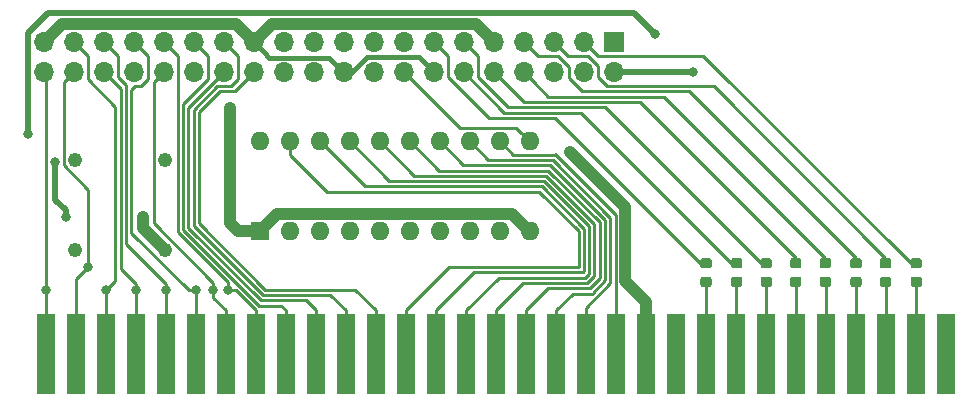
<source format=gbr>
G04 #@! TF.GenerationSoftware,KiCad,Pcbnew,(5.1.5)-3*
G04 #@! TF.CreationDate,2021-09-16T15:53:37+03:00*
G04 #@! TF.ProjectId,ISARPiv2,49534152-5069-4763-922e-6b696361645f,rev?*
G04 #@! TF.SameCoordinates,Original*
G04 #@! TF.FileFunction,Copper,L1,Top*
G04 #@! TF.FilePolarity,Positive*
%FSLAX46Y46*%
G04 Gerber Fmt 4.6, Leading zero omitted, Abs format (unit mm)*
G04 Created by KiCad (PCBNEW (5.1.5)-3) date 2021-09-16 15:53:37*
%MOMM*%
%LPD*%
G04 APERTURE LIST*
%ADD10C,1.210000*%
%ADD11O,1.600000X1.600000*%
%ADD12R,1.600000X1.600000*%
%ADD13C,0.100000*%
%ADD14O,1.700000X1.700000*%
%ADD15R,1.700000X1.700000*%
%ADD16R,1.524000X6.858000*%
%ADD17C,0.800000*%
%ADD18C,0.250000*%
%ADD19C,1.000000*%
%ADD20C,0.400000*%
%ADD21C,0.500000*%
G04 APERTURE END LIST*
D10*
X102000000Y-81620000D03*
X94380000Y-81620000D03*
X94380000Y-74000000D03*
X102000000Y-74000000D03*
D11*
X110000000Y-72380000D03*
X132860000Y-80000000D03*
X112540000Y-72380000D03*
X130320000Y-80000000D03*
X115080000Y-72380000D03*
X127780000Y-80000000D03*
X117620000Y-72380000D03*
X125240000Y-80000000D03*
X120160000Y-72380000D03*
X122700000Y-80000000D03*
X122700000Y-72380000D03*
X120160000Y-80000000D03*
X125240000Y-72380000D03*
X117620000Y-80000000D03*
X127780000Y-72380000D03*
X115080000Y-80000000D03*
X130320000Y-72380000D03*
X112540000Y-80000000D03*
X132860000Y-72380000D03*
D12*
X110000000Y-80000000D03*
G04 #@! TA.AperFunction,SMDPad,CuDef*
D13*
G36*
X165877691Y-83851053D02*
G01*
X165898926Y-83854203D01*
X165919750Y-83859419D01*
X165939962Y-83866651D01*
X165959368Y-83875830D01*
X165977781Y-83886866D01*
X165995024Y-83899654D01*
X166010930Y-83914070D01*
X166025346Y-83929976D01*
X166038134Y-83947219D01*
X166049170Y-83965632D01*
X166058349Y-83985038D01*
X166065581Y-84005250D01*
X166070797Y-84026074D01*
X166073947Y-84047309D01*
X166075000Y-84068750D01*
X166075000Y-84506250D01*
X166073947Y-84527691D01*
X166070797Y-84548926D01*
X166065581Y-84569750D01*
X166058349Y-84589962D01*
X166049170Y-84609368D01*
X166038134Y-84627781D01*
X166025346Y-84645024D01*
X166010930Y-84660930D01*
X165995024Y-84675346D01*
X165977781Y-84688134D01*
X165959368Y-84699170D01*
X165939962Y-84708349D01*
X165919750Y-84715581D01*
X165898926Y-84720797D01*
X165877691Y-84723947D01*
X165856250Y-84725000D01*
X165343750Y-84725000D01*
X165322309Y-84723947D01*
X165301074Y-84720797D01*
X165280250Y-84715581D01*
X165260038Y-84708349D01*
X165240632Y-84699170D01*
X165222219Y-84688134D01*
X165204976Y-84675346D01*
X165189070Y-84660930D01*
X165174654Y-84645024D01*
X165161866Y-84627781D01*
X165150830Y-84609368D01*
X165141651Y-84589962D01*
X165134419Y-84569750D01*
X165129203Y-84548926D01*
X165126053Y-84527691D01*
X165125000Y-84506250D01*
X165125000Y-84068750D01*
X165126053Y-84047309D01*
X165129203Y-84026074D01*
X165134419Y-84005250D01*
X165141651Y-83985038D01*
X165150830Y-83965632D01*
X165161866Y-83947219D01*
X165174654Y-83929976D01*
X165189070Y-83914070D01*
X165204976Y-83899654D01*
X165222219Y-83886866D01*
X165240632Y-83875830D01*
X165260038Y-83866651D01*
X165280250Y-83859419D01*
X165301074Y-83854203D01*
X165322309Y-83851053D01*
X165343750Y-83850000D01*
X165856250Y-83850000D01*
X165877691Y-83851053D01*
G37*
G04 #@! TD.AperFunction*
G04 #@! TA.AperFunction,SMDPad,CuDef*
G36*
X165877691Y-82276053D02*
G01*
X165898926Y-82279203D01*
X165919750Y-82284419D01*
X165939962Y-82291651D01*
X165959368Y-82300830D01*
X165977781Y-82311866D01*
X165995024Y-82324654D01*
X166010930Y-82339070D01*
X166025346Y-82354976D01*
X166038134Y-82372219D01*
X166049170Y-82390632D01*
X166058349Y-82410038D01*
X166065581Y-82430250D01*
X166070797Y-82451074D01*
X166073947Y-82472309D01*
X166075000Y-82493750D01*
X166075000Y-82931250D01*
X166073947Y-82952691D01*
X166070797Y-82973926D01*
X166065581Y-82994750D01*
X166058349Y-83014962D01*
X166049170Y-83034368D01*
X166038134Y-83052781D01*
X166025346Y-83070024D01*
X166010930Y-83085930D01*
X165995024Y-83100346D01*
X165977781Y-83113134D01*
X165959368Y-83124170D01*
X165939962Y-83133349D01*
X165919750Y-83140581D01*
X165898926Y-83145797D01*
X165877691Y-83148947D01*
X165856250Y-83150000D01*
X165343750Y-83150000D01*
X165322309Y-83148947D01*
X165301074Y-83145797D01*
X165280250Y-83140581D01*
X165260038Y-83133349D01*
X165240632Y-83124170D01*
X165222219Y-83113134D01*
X165204976Y-83100346D01*
X165189070Y-83085930D01*
X165174654Y-83070024D01*
X165161866Y-83052781D01*
X165150830Y-83034368D01*
X165141651Y-83014962D01*
X165134419Y-82994750D01*
X165129203Y-82973926D01*
X165126053Y-82952691D01*
X165125000Y-82931250D01*
X165125000Y-82493750D01*
X165126053Y-82472309D01*
X165129203Y-82451074D01*
X165134419Y-82430250D01*
X165141651Y-82410038D01*
X165150830Y-82390632D01*
X165161866Y-82372219D01*
X165174654Y-82354976D01*
X165189070Y-82339070D01*
X165204976Y-82324654D01*
X165222219Y-82311866D01*
X165240632Y-82300830D01*
X165260038Y-82291651D01*
X165280250Y-82284419D01*
X165301074Y-82279203D01*
X165322309Y-82276053D01*
X165343750Y-82275000D01*
X165856250Y-82275000D01*
X165877691Y-82276053D01*
G37*
G04 #@! TD.AperFunction*
G04 #@! TA.AperFunction,SMDPad,CuDef*
G36*
X163277691Y-83851053D02*
G01*
X163298926Y-83854203D01*
X163319750Y-83859419D01*
X163339962Y-83866651D01*
X163359368Y-83875830D01*
X163377781Y-83886866D01*
X163395024Y-83899654D01*
X163410930Y-83914070D01*
X163425346Y-83929976D01*
X163438134Y-83947219D01*
X163449170Y-83965632D01*
X163458349Y-83985038D01*
X163465581Y-84005250D01*
X163470797Y-84026074D01*
X163473947Y-84047309D01*
X163475000Y-84068750D01*
X163475000Y-84506250D01*
X163473947Y-84527691D01*
X163470797Y-84548926D01*
X163465581Y-84569750D01*
X163458349Y-84589962D01*
X163449170Y-84609368D01*
X163438134Y-84627781D01*
X163425346Y-84645024D01*
X163410930Y-84660930D01*
X163395024Y-84675346D01*
X163377781Y-84688134D01*
X163359368Y-84699170D01*
X163339962Y-84708349D01*
X163319750Y-84715581D01*
X163298926Y-84720797D01*
X163277691Y-84723947D01*
X163256250Y-84725000D01*
X162743750Y-84725000D01*
X162722309Y-84723947D01*
X162701074Y-84720797D01*
X162680250Y-84715581D01*
X162660038Y-84708349D01*
X162640632Y-84699170D01*
X162622219Y-84688134D01*
X162604976Y-84675346D01*
X162589070Y-84660930D01*
X162574654Y-84645024D01*
X162561866Y-84627781D01*
X162550830Y-84609368D01*
X162541651Y-84589962D01*
X162534419Y-84569750D01*
X162529203Y-84548926D01*
X162526053Y-84527691D01*
X162525000Y-84506250D01*
X162525000Y-84068750D01*
X162526053Y-84047309D01*
X162529203Y-84026074D01*
X162534419Y-84005250D01*
X162541651Y-83985038D01*
X162550830Y-83965632D01*
X162561866Y-83947219D01*
X162574654Y-83929976D01*
X162589070Y-83914070D01*
X162604976Y-83899654D01*
X162622219Y-83886866D01*
X162640632Y-83875830D01*
X162660038Y-83866651D01*
X162680250Y-83859419D01*
X162701074Y-83854203D01*
X162722309Y-83851053D01*
X162743750Y-83850000D01*
X163256250Y-83850000D01*
X163277691Y-83851053D01*
G37*
G04 #@! TD.AperFunction*
G04 #@! TA.AperFunction,SMDPad,CuDef*
G36*
X163277691Y-82276053D02*
G01*
X163298926Y-82279203D01*
X163319750Y-82284419D01*
X163339962Y-82291651D01*
X163359368Y-82300830D01*
X163377781Y-82311866D01*
X163395024Y-82324654D01*
X163410930Y-82339070D01*
X163425346Y-82354976D01*
X163438134Y-82372219D01*
X163449170Y-82390632D01*
X163458349Y-82410038D01*
X163465581Y-82430250D01*
X163470797Y-82451074D01*
X163473947Y-82472309D01*
X163475000Y-82493750D01*
X163475000Y-82931250D01*
X163473947Y-82952691D01*
X163470797Y-82973926D01*
X163465581Y-82994750D01*
X163458349Y-83014962D01*
X163449170Y-83034368D01*
X163438134Y-83052781D01*
X163425346Y-83070024D01*
X163410930Y-83085930D01*
X163395024Y-83100346D01*
X163377781Y-83113134D01*
X163359368Y-83124170D01*
X163339962Y-83133349D01*
X163319750Y-83140581D01*
X163298926Y-83145797D01*
X163277691Y-83148947D01*
X163256250Y-83150000D01*
X162743750Y-83150000D01*
X162722309Y-83148947D01*
X162701074Y-83145797D01*
X162680250Y-83140581D01*
X162660038Y-83133349D01*
X162640632Y-83124170D01*
X162622219Y-83113134D01*
X162604976Y-83100346D01*
X162589070Y-83085930D01*
X162574654Y-83070024D01*
X162561866Y-83052781D01*
X162550830Y-83034368D01*
X162541651Y-83014962D01*
X162534419Y-82994750D01*
X162529203Y-82973926D01*
X162526053Y-82952691D01*
X162525000Y-82931250D01*
X162525000Y-82493750D01*
X162526053Y-82472309D01*
X162529203Y-82451074D01*
X162534419Y-82430250D01*
X162541651Y-82410038D01*
X162550830Y-82390632D01*
X162561866Y-82372219D01*
X162574654Y-82354976D01*
X162589070Y-82339070D01*
X162604976Y-82324654D01*
X162622219Y-82311866D01*
X162640632Y-82300830D01*
X162660038Y-82291651D01*
X162680250Y-82284419D01*
X162701074Y-82279203D01*
X162722309Y-82276053D01*
X162743750Y-82275000D01*
X163256250Y-82275000D01*
X163277691Y-82276053D01*
G37*
G04 #@! TD.AperFunction*
G04 #@! TA.AperFunction,SMDPad,CuDef*
G36*
X160777691Y-83851053D02*
G01*
X160798926Y-83854203D01*
X160819750Y-83859419D01*
X160839962Y-83866651D01*
X160859368Y-83875830D01*
X160877781Y-83886866D01*
X160895024Y-83899654D01*
X160910930Y-83914070D01*
X160925346Y-83929976D01*
X160938134Y-83947219D01*
X160949170Y-83965632D01*
X160958349Y-83985038D01*
X160965581Y-84005250D01*
X160970797Y-84026074D01*
X160973947Y-84047309D01*
X160975000Y-84068750D01*
X160975000Y-84506250D01*
X160973947Y-84527691D01*
X160970797Y-84548926D01*
X160965581Y-84569750D01*
X160958349Y-84589962D01*
X160949170Y-84609368D01*
X160938134Y-84627781D01*
X160925346Y-84645024D01*
X160910930Y-84660930D01*
X160895024Y-84675346D01*
X160877781Y-84688134D01*
X160859368Y-84699170D01*
X160839962Y-84708349D01*
X160819750Y-84715581D01*
X160798926Y-84720797D01*
X160777691Y-84723947D01*
X160756250Y-84725000D01*
X160243750Y-84725000D01*
X160222309Y-84723947D01*
X160201074Y-84720797D01*
X160180250Y-84715581D01*
X160160038Y-84708349D01*
X160140632Y-84699170D01*
X160122219Y-84688134D01*
X160104976Y-84675346D01*
X160089070Y-84660930D01*
X160074654Y-84645024D01*
X160061866Y-84627781D01*
X160050830Y-84609368D01*
X160041651Y-84589962D01*
X160034419Y-84569750D01*
X160029203Y-84548926D01*
X160026053Y-84527691D01*
X160025000Y-84506250D01*
X160025000Y-84068750D01*
X160026053Y-84047309D01*
X160029203Y-84026074D01*
X160034419Y-84005250D01*
X160041651Y-83985038D01*
X160050830Y-83965632D01*
X160061866Y-83947219D01*
X160074654Y-83929976D01*
X160089070Y-83914070D01*
X160104976Y-83899654D01*
X160122219Y-83886866D01*
X160140632Y-83875830D01*
X160160038Y-83866651D01*
X160180250Y-83859419D01*
X160201074Y-83854203D01*
X160222309Y-83851053D01*
X160243750Y-83850000D01*
X160756250Y-83850000D01*
X160777691Y-83851053D01*
G37*
G04 #@! TD.AperFunction*
G04 #@! TA.AperFunction,SMDPad,CuDef*
G36*
X160777691Y-82276053D02*
G01*
X160798926Y-82279203D01*
X160819750Y-82284419D01*
X160839962Y-82291651D01*
X160859368Y-82300830D01*
X160877781Y-82311866D01*
X160895024Y-82324654D01*
X160910930Y-82339070D01*
X160925346Y-82354976D01*
X160938134Y-82372219D01*
X160949170Y-82390632D01*
X160958349Y-82410038D01*
X160965581Y-82430250D01*
X160970797Y-82451074D01*
X160973947Y-82472309D01*
X160975000Y-82493750D01*
X160975000Y-82931250D01*
X160973947Y-82952691D01*
X160970797Y-82973926D01*
X160965581Y-82994750D01*
X160958349Y-83014962D01*
X160949170Y-83034368D01*
X160938134Y-83052781D01*
X160925346Y-83070024D01*
X160910930Y-83085930D01*
X160895024Y-83100346D01*
X160877781Y-83113134D01*
X160859368Y-83124170D01*
X160839962Y-83133349D01*
X160819750Y-83140581D01*
X160798926Y-83145797D01*
X160777691Y-83148947D01*
X160756250Y-83150000D01*
X160243750Y-83150000D01*
X160222309Y-83148947D01*
X160201074Y-83145797D01*
X160180250Y-83140581D01*
X160160038Y-83133349D01*
X160140632Y-83124170D01*
X160122219Y-83113134D01*
X160104976Y-83100346D01*
X160089070Y-83085930D01*
X160074654Y-83070024D01*
X160061866Y-83052781D01*
X160050830Y-83034368D01*
X160041651Y-83014962D01*
X160034419Y-82994750D01*
X160029203Y-82973926D01*
X160026053Y-82952691D01*
X160025000Y-82931250D01*
X160025000Y-82493750D01*
X160026053Y-82472309D01*
X160029203Y-82451074D01*
X160034419Y-82430250D01*
X160041651Y-82410038D01*
X160050830Y-82390632D01*
X160061866Y-82372219D01*
X160074654Y-82354976D01*
X160089070Y-82339070D01*
X160104976Y-82324654D01*
X160122219Y-82311866D01*
X160140632Y-82300830D01*
X160160038Y-82291651D01*
X160180250Y-82284419D01*
X160201074Y-82279203D01*
X160222309Y-82276053D01*
X160243750Y-82275000D01*
X160756250Y-82275000D01*
X160777691Y-82276053D01*
G37*
G04 #@! TD.AperFunction*
G04 #@! TA.AperFunction,SMDPad,CuDef*
G36*
X158177691Y-83838553D02*
G01*
X158198926Y-83841703D01*
X158219750Y-83846919D01*
X158239962Y-83854151D01*
X158259368Y-83863330D01*
X158277781Y-83874366D01*
X158295024Y-83887154D01*
X158310930Y-83901570D01*
X158325346Y-83917476D01*
X158338134Y-83934719D01*
X158349170Y-83953132D01*
X158358349Y-83972538D01*
X158365581Y-83992750D01*
X158370797Y-84013574D01*
X158373947Y-84034809D01*
X158375000Y-84056250D01*
X158375000Y-84493750D01*
X158373947Y-84515191D01*
X158370797Y-84536426D01*
X158365581Y-84557250D01*
X158358349Y-84577462D01*
X158349170Y-84596868D01*
X158338134Y-84615281D01*
X158325346Y-84632524D01*
X158310930Y-84648430D01*
X158295024Y-84662846D01*
X158277781Y-84675634D01*
X158259368Y-84686670D01*
X158239962Y-84695849D01*
X158219750Y-84703081D01*
X158198926Y-84708297D01*
X158177691Y-84711447D01*
X158156250Y-84712500D01*
X157643750Y-84712500D01*
X157622309Y-84711447D01*
X157601074Y-84708297D01*
X157580250Y-84703081D01*
X157560038Y-84695849D01*
X157540632Y-84686670D01*
X157522219Y-84675634D01*
X157504976Y-84662846D01*
X157489070Y-84648430D01*
X157474654Y-84632524D01*
X157461866Y-84615281D01*
X157450830Y-84596868D01*
X157441651Y-84577462D01*
X157434419Y-84557250D01*
X157429203Y-84536426D01*
X157426053Y-84515191D01*
X157425000Y-84493750D01*
X157425000Y-84056250D01*
X157426053Y-84034809D01*
X157429203Y-84013574D01*
X157434419Y-83992750D01*
X157441651Y-83972538D01*
X157450830Y-83953132D01*
X157461866Y-83934719D01*
X157474654Y-83917476D01*
X157489070Y-83901570D01*
X157504976Y-83887154D01*
X157522219Y-83874366D01*
X157540632Y-83863330D01*
X157560038Y-83854151D01*
X157580250Y-83846919D01*
X157601074Y-83841703D01*
X157622309Y-83838553D01*
X157643750Y-83837500D01*
X158156250Y-83837500D01*
X158177691Y-83838553D01*
G37*
G04 #@! TD.AperFunction*
G04 #@! TA.AperFunction,SMDPad,CuDef*
G36*
X158177691Y-82263553D02*
G01*
X158198926Y-82266703D01*
X158219750Y-82271919D01*
X158239962Y-82279151D01*
X158259368Y-82288330D01*
X158277781Y-82299366D01*
X158295024Y-82312154D01*
X158310930Y-82326570D01*
X158325346Y-82342476D01*
X158338134Y-82359719D01*
X158349170Y-82378132D01*
X158358349Y-82397538D01*
X158365581Y-82417750D01*
X158370797Y-82438574D01*
X158373947Y-82459809D01*
X158375000Y-82481250D01*
X158375000Y-82918750D01*
X158373947Y-82940191D01*
X158370797Y-82961426D01*
X158365581Y-82982250D01*
X158358349Y-83002462D01*
X158349170Y-83021868D01*
X158338134Y-83040281D01*
X158325346Y-83057524D01*
X158310930Y-83073430D01*
X158295024Y-83087846D01*
X158277781Y-83100634D01*
X158259368Y-83111670D01*
X158239962Y-83120849D01*
X158219750Y-83128081D01*
X158198926Y-83133297D01*
X158177691Y-83136447D01*
X158156250Y-83137500D01*
X157643750Y-83137500D01*
X157622309Y-83136447D01*
X157601074Y-83133297D01*
X157580250Y-83128081D01*
X157560038Y-83120849D01*
X157540632Y-83111670D01*
X157522219Y-83100634D01*
X157504976Y-83087846D01*
X157489070Y-83073430D01*
X157474654Y-83057524D01*
X157461866Y-83040281D01*
X157450830Y-83021868D01*
X157441651Y-83002462D01*
X157434419Y-82982250D01*
X157429203Y-82961426D01*
X157426053Y-82940191D01*
X157425000Y-82918750D01*
X157425000Y-82481250D01*
X157426053Y-82459809D01*
X157429203Y-82438574D01*
X157434419Y-82417750D01*
X157441651Y-82397538D01*
X157450830Y-82378132D01*
X157461866Y-82359719D01*
X157474654Y-82342476D01*
X157489070Y-82326570D01*
X157504976Y-82312154D01*
X157522219Y-82299366D01*
X157540632Y-82288330D01*
X157560038Y-82279151D01*
X157580250Y-82271919D01*
X157601074Y-82266703D01*
X157622309Y-82263553D01*
X157643750Y-82262500D01*
X158156250Y-82262500D01*
X158177691Y-82263553D01*
G37*
G04 #@! TD.AperFunction*
G04 #@! TA.AperFunction,SMDPad,CuDef*
G36*
X155677691Y-83851053D02*
G01*
X155698926Y-83854203D01*
X155719750Y-83859419D01*
X155739962Y-83866651D01*
X155759368Y-83875830D01*
X155777781Y-83886866D01*
X155795024Y-83899654D01*
X155810930Y-83914070D01*
X155825346Y-83929976D01*
X155838134Y-83947219D01*
X155849170Y-83965632D01*
X155858349Y-83985038D01*
X155865581Y-84005250D01*
X155870797Y-84026074D01*
X155873947Y-84047309D01*
X155875000Y-84068750D01*
X155875000Y-84506250D01*
X155873947Y-84527691D01*
X155870797Y-84548926D01*
X155865581Y-84569750D01*
X155858349Y-84589962D01*
X155849170Y-84609368D01*
X155838134Y-84627781D01*
X155825346Y-84645024D01*
X155810930Y-84660930D01*
X155795024Y-84675346D01*
X155777781Y-84688134D01*
X155759368Y-84699170D01*
X155739962Y-84708349D01*
X155719750Y-84715581D01*
X155698926Y-84720797D01*
X155677691Y-84723947D01*
X155656250Y-84725000D01*
X155143750Y-84725000D01*
X155122309Y-84723947D01*
X155101074Y-84720797D01*
X155080250Y-84715581D01*
X155060038Y-84708349D01*
X155040632Y-84699170D01*
X155022219Y-84688134D01*
X155004976Y-84675346D01*
X154989070Y-84660930D01*
X154974654Y-84645024D01*
X154961866Y-84627781D01*
X154950830Y-84609368D01*
X154941651Y-84589962D01*
X154934419Y-84569750D01*
X154929203Y-84548926D01*
X154926053Y-84527691D01*
X154925000Y-84506250D01*
X154925000Y-84068750D01*
X154926053Y-84047309D01*
X154929203Y-84026074D01*
X154934419Y-84005250D01*
X154941651Y-83985038D01*
X154950830Y-83965632D01*
X154961866Y-83947219D01*
X154974654Y-83929976D01*
X154989070Y-83914070D01*
X155004976Y-83899654D01*
X155022219Y-83886866D01*
X155040632Y-83875830D01*
X155060038Y-83866651D01*
X155080250Y-83859419D01*
X155101074Y-83854203D01*
X155122309Y-83851053D01*
X155143750Y-83850000D01*
X155656250Y-83850000D01*
X155677691Y-83851053D01*
G37*
G04 #@! TD.AperFunction*
G04 #@! TA.AperFunction,SMDPad,CuDef*
G36*
X155677691Y-82276053D02*
G01*
X155698926Y-82279203D01*
X155719750Y-82284419D01*
X155739962Y-82291651D01*
X155759368Y-82300830D01*
X155777781Y-82311866D01*
X155795024Y-82324654D01*
X155810930Y-82339070D01*
X155825346Y-82354976D01*
X155838134Y-82372219D01*
X155849170Y-82390632D01*
X155858349Y-82410038D01*
X155865581Y-82430250D01*
X155870797Y-82451074D01*
X155873947Y-82472309D01*
X155875000Y-82493750D01*
X155875000Y-82931250D01*
X155873947Y-82952691D01*
X155870797Y-82973926D01*
X155865581Y-82994750D01*
X155858349Y-83014962D01*
X155849170Y-83034368D01*
X155838134Y-83052781D01*
X155825346Y-83070024D01*
X155810930Y-83085930D01*
X155795024Y-83100346D01*
X155777781Y-83113134D01*
X155759368Y-83124170D01*
X155739962Y-83133349D01*
X155719750Y-83140581D01*
X155698926Y-83145797D01*
X155677691Y-83148947D01*
X155656250Y-83150000D01*
X155143750Y-83150000D01*
X155122309Y-83148947D01*
X155101074Y-83145797D01*
X155080250Y-83140581D01*
X155060038Y-83133349D01*
X155040632Y-83124170D01*
X155022219Y-83113134D01*
X155004976Y-83100346D01*
X154989070Y-83085930D01*
X154974654Y-83070024D01*
X154961866Y-83052781D01*
X154950830Y-83034368D01*
X154941651Y-83014962D01*
X154934419Y-82994750D01*
X154929203Y-82973926D01*
X154926053Y-82952691D01*
X154925000Y-82931250D01*
X154925000Y-82493750D01*
X154926053Y-82472309D01*
X154929203Y-82451074D01*
X154934419Y-82430250D01*
X154941651Y-82410038D01*
X154950830Y-82390632D01*
X154961866Y-82372219D01*
X154974654Y-82354976D01*
X154989070Y-82339070D01*
X155004976Y-82324654D01*
X155022219Y-82311866D01*
X155040632Y-82300830D01*
X155060038Y-82291651D01*
X155080250Y-82284419D01*
X155101074Y-82279203D01*
X155122309Y-82276053D01*
X155143750Y-82275000D01*
X155656250Y-82275000D01*
X155677691Y-82276053D01*
G37*
G04 #@! TD.AperFunction*
G04 #@! TA.AperFunction,SMDPad,CuDef*
G36*
X153177691Y-83851053D02*
G01*
X153198926Y-83854203D01*
X153219750Y-83859419D01*
X153239962Y-83866651D01*
X153259368Y-83875830D01*
X153277781Y-83886866D01*
X153295024Y-83899654D01*
X153310930Y-83914070D01*
X153325346Y-83929976D01*
X153338134Y-83947219D01*
X153349170Y-83965632D01*
X153358349Y-83985038D01*
X153365581Y-84005250D01*
X153370797Y-84026074D01*
X153373947Y-84047309D01*
X153375000Y-84068750D01*
X153375000Y-84506250D01*
X153373947Y-84527691D01*
X153370797Y-84548926D01*
X153365581Y-84569750D01*
X153358349Y-84589962D01*
X153349170Y-84609368D01*
X153338134Y-84627781D01*
X153325346Y-84645024D01*
X153310930Y-84660930D01*
X153295024Y-84675346D01*
X153277781Y-84688134D01*
X153259368Y-84699170D01*
X153239962Y-84708349D01*
X153219750Y-84715581D01*
X153198926Y-84720797D01*
X153177691Y-84723947D01*
X153156250Y-84725000D01*
X152643750Y-84725000D01*
X152622309Y-84723947D01*
X152601074Y-84720797D01*
X152580250Y-84715581D01*
X152560038Y-84708349D01*
X152540632Y-84699170D01*
X152522219Y-84688134D01*
X152504976Y-84675346D01*
X152489070Y-84660930D01*
X152474654Y-84645024D01*
X152461866Y-84627781D01*
X152450830Y-84609368D01*
X152441651Y-84589962D01*
X152434419Y-84569750D01*
X152429203Y-84548926D01*
X152426053Y-84527691D01*
X152425000Y-84506250D01*
X152425000Y-84068750D01*
X152426053Y-84047309D01*
X152429203Y-84026074D01*
X152434419Y-84005250D01*
X152441651Y-83985038D01*
X152450830Y-83965632D01*
X152461866Y-83947219D01*
X152474654Y-83929976D01*
X152489070Y-83914070D01*
X152504976Y-83899654D01*
X152522219Y-83886866D01*
X152540632Y-83875830D01*
X152560038Y-83866651D01*
X152580250Y-83859419D01*
X152601074Y-83854203D01*
X152622309Y-83851053D01*
X152643750Y-83850000D01*
X153156250Y-83850000D01*
X153177691Y-83851053D01*
G37*
G04 #@! TD.AperFunction*
G04 #@! TA.AperFunction,SMDPad,CuDef*
G36*
X153177691Y-82276053D02*
G01*
X153198926Y-82279203D01*
X153219750Y-82284419D01*
X153239962Y-82291651D01*
X153259368Y-82300830D01*
X153277781Y-82311866D01*
X153295024Y-82324654D01*
X153310930Y-82339070D01*
X153325346Y-82354976D01*
X153338134Y-82372219D01*
X153349170Y-82390632D01*
X153358349Y-82410038D01*
X153365581Y-82430250D01*
X153370797Y-82451074D01*
X153373947Y-82472309D01*
X153375000Y-82493750D01*
X153375000Y-82931250D01*
X153373947Y-82952691D01*
X153370797Y-82973926D01*
X153365581Y-82994750D01*
X153358349Y-83014962D01*
X153349170Y-83034368D01*
X153338134Y-83052781D01*
X153325346Y-83070024D01*
X153310930Y-83085930D01*
X153295024Y-83100346D01*
X153277781Y-83113134D01*
X153259368Y-83124170D01*
X153239962Y-83133349D01*
X153219750Y-83140581D01*
X153198926Y-83145797D01*
X153177691Y-83148947D01*
X153156250Y-83150000D01*
X152643750Y-83150000D01*
X152622309Y-83148947D01*
X152601074Y-83145797D01*
X152580250Y-83140581D01*
X152560038Y-83133349D01*
X152540632Y-83124170D01*
X152522219Y-83113134D01*
X152504976Y-83100346D01*
X152489070Y-83085930D01*
X152474654Y-83070024D01*
X152461866Y-83052781D01*
X152450830Y-83034368D01*
X152441651Y-83014962D01*
X152434419Y-82994750D01*
X152429203Y-82973926D01*
X152426053Y-82952691D01*
X152425000Y-82931250D01*
X152425000Y-82493750D01*
X152426053Y-82472309D01*
X152429203Y-82451074D01*
X152434419Y-82430250D01*
X152441651Y-82410038D01*
X152450830Y-82390632D01*
X152461866Y-82372219D01*
X152474654Y-82354976D01*
X152489070Y-82339070D01*
X152504976Y-82324654D01*
X152522219Y-82311866D01*
X152540632Y-82300830D01*
X152560038Y-82291651D01*
X152580250Y-82284419D01*
X152601074Y-82279203D01*
X152622309Y-82276053D01*
X152643750Y-82275000D01*
X153156250Y-82275000D01*
X153177691Y-82276053D01*
G37*
G04 #@! TD.AperFunction*
G04 #@! TA.AperFunction,SMDPad,CuDef*
G36*
X150677691Y-83851053D02*
G01*
X150698926Y-83854203D01*
X150719750Y-83859419D01*
X150739962Y-83866651D01*
X150759368Y-83875830D01*
X150777781Y-83886866D01*
X150795024Y-83899654D01*
X150810930Y-83914070D01*
X150825346Y-83929976D01*
X150838134Y-83947219D01*
X150849170Y-83965632D01*
X150858349Y-83985038D01*
X150865581Y-84005250D01*
X150870797Y-84026074D01*
X150873947Y-84047309D01*
X150875000Y-84068750D01*
X150875000Y-84506250D01*
X150873947Y-84527691D01*
X150870797Y-84548926D01*
X150865581Y-84569750D01*
X150858349Y-84589962D01*
X150849170Y-84609368D01*
X150838134Y-84627781D01*
X150825346Y-84645024D01*
X150810930Y-84660930D01*
X150795024Y-84675346D01*
X150777781Y-84688134D01*
X150759368Y-84699170D01*
X150739962Y-84708349D01*
X150719750Y-84715581D01*
X150698926Y-84720797D01*
X150677691Y-84723947D01*
X150656250Y-84725000D01*
X150143750Y-84725000D01*
X150122309Y-84723947D01*
X150101074Y-84720797D01*
X150080250Y-84715581D01*
X150060038Y-84708349D01*
X150040632Y-84699170D01*
X150022219Y-84688134D01*
X150004976Y-84675346D01*
X149989070Y-84660930D01*
X149974654Y-84645024D01*
X149961866Y-84627781D01*
X149950830Y-84609368D01*
X149941651Y-84589962D01*
X149934419Y-84569750D01*
X149929203Y-84548926D01*
X149926053Y-84527691D01*
X149925000Y-84506250D01*
X149925000Y-84068750D01*
X149926053Y-84047309D01*
X149929203Y-84026074D01*
X149934419Y-84005250D01*
X149941651Y-83985038D01*
X149950830Y-83965632D01*
X149961866Y-83947219D01*
X149974654Y-83929976D01*
X149989070Y-83914070D01*
X150004976Y-83899654D01*
X150022219Y-83886866D01*
X150040632Y-83875830D01*
X150060038Y-83866651D01*
X150080250Y-83859419D01*
X150101074Y-83854203D01*
X150122309Y-83851053D01*
X150143750Y-83850000D01*
X150656250Y-83850000D01*
X150677691Y-83851053D01*
G37*
G04 #@! TD.AperFunction*
G04 #@! TA.AperFunction,SMDPad,CuDef*
G36*
X150677691Y-82276053D02*
G01*
X150698926Y-82279203D01*
X150719750Y-82284419D01*
X150739962Y-82291651D01*
X150759368Y-82300830D01*
X150777781Y-82311866D01*
X150795024Y-82324654D01*
X150810930Y-82339070D01*
X150825346Y-82354976D01*
X150838134Y-82372219D01*
X150849170Y-82390632D01*
X150858349Y-82410038D01*
X150865581Y-82430250D01*
X150870797Y-82451074D01*
X150873947Y-82472309D01*
X150875000Y-82493750D01*
X150875000Y-82931250D01*
X150873947Y-82952691D01*
X150870797Y-82973926D01*
X150865581Y-82994750D01*
X150858349Y-83014962D01*
X150849170Y-83034368D01*
X150838134Y-83052781D01*
X150825346Y-83070024D01*
X150810930Y-83085930D01*
X150795024Y-83100346D01*
X150777781Y-83113134D01*
X150759368Y-83124170D01*
X150739962Y-83133349D01*
X150719750Y-83140581D01*
X150698926Y-83145797D01*
X150677691Y-83148947D01*
X150656250Y-83150000D01*
X150143750Y-83150000D01*
X150122309Y-83148947D01*
X150101074Y-83145797D01*
X150080250Y-83140581D01*
X150060038Y-83133349D01*
X150040632Y-83124170D01*
X150022219Y-83113134D01*
X150004976Y-83100346D01*
X149989070Y-83085930D01*
X149974654Y-83070024D01*
X149961866Y-83052781D01*
X149950830Y-83034368D01*
X149941651Y-83014962D01*
X149934419Y-82994750D01*
X149929203Y-82973926D01*
X149926053Y-82952691D01*
X149925000Y-82931250D01*
X149925000Y-82493750D01*
X149926053Y-82472309D01*
X149929203Y-82451074D01*
X149934419Y-82430250D01*
X149941651Y-82410038D01*
X149950830Y-82390632D01*
X149961866Y-82372219D01*
X149974654Y-82354976D01*
X149989070Y-82339070D01*
X150004976Y-82324654D01*
X150022219Y-82311866D01*
X150040632Y-82300830D01*
X150060038Y-82291651D01*
X150080250Y-82284419D01*
X150101074Y-82279203D01*
X150122309Y-82276053D01*
X150143750Y-82275000D01*
X150656250Y-82275000D01*
X150677691Y-82276053D01*
G37*
G04 #@! TD.AperFunction*
G04 #@! TA.AperFunction,SMDPad,CuDef*
G36*
X148077691Y-83851053D02*
G01*
X148098926Y-83854203D01*
X148119750Y-83859419D01*
X148139962Y-83866651D01*
X148159368Y-83875830D01*
X148177781Y-83886866D01*
X148195024Y-83899654D01*
X148210930Y-83914070D01*
X148225346Y-83929976D01*
X148238134Y-83947219D01*
X148249170Y-83965632D01*
X148258349Y-83985038D01*
X148265581Y-84005250D01*
X148270797Y-84026074D01*
X148273947Y-84047309D01*
X148275000Y-84068750D01*
X148275000Y-84506250D01*
X148273947Y-84527691D01*
X148270797Y-84548926D01*
X148265581Y-84569750D01*
X148258349Y-84589962D01*
X148249170Y-84609368D01*
X148238134Y-84627781D01*
X148225346Y-84645024D01*
X148210930Y-84660930D01*
X148195024Y-84675346D01*
X148177781Y-84688134D01*
X148159368Y-84699170D01*
X148139962Y-84708349D01*
X148119750Y-84715581D01*
X148098926Y-84720797D01*
X148077691Y-84723947D01*
X148056250Y-84725000D01*
X147543750Y-84725000D01*
X147522309Y-84723947D01*
X147501074Y-84720797D01*
X147480250Y-84715581D01*
X147460038Y-84708349D01*
X147440632Y-84699170D01*
X147422219Y-84688134D01*
X147404976Y-84675346D01*
X147389070Y-84660930D01*
X147374654Y-84645024D01*
X147361866Y-84627781D01*
X147350830Y-84609368D01*
X147341651Y-84589962D01*
X147334419Y-84569750D01*
X147329203Y-84548926D01*
X147326053Y-84527691D01*
X147325000Y-84506250D01*
X147325000Y-84068750D01*
X147326053Y-84047309D01*
X147329203Y-84026074D01*
X147334419Y-84005250D01*
X147341651Y-83985038D01*
X147350830Y-83965632D01*
X147361866Y-83947219D01*
X147374654Y-83929976D01*
X147389070Y-83914070D01*
X147404976Y-83899654D01*
X147422219Y-83886866D01*
X147440632Y-83875830D01*
X147460038Y-83866651D01*
X147480250Y-83859419D01*
X147501074Y-83854203D01*
X147522309Y-83851053D01*
X147543750Y-83850000D01*
X148056250Y-83850000D01*
X148077691Y-83851053D01*
G37*
G04 #@! TD.AperFunction*
G04 #@! TA.AperFunction,SMDPad,CuDef*
G36*
X148077691Y-82276053D02*
G01*
X148098926Y-82279203D01*
X148119750Y-82284419D01*
X148139962Y-82291651D01*
X148159368Y-82300830D01*
X148177781Y-82311866D01*
X148195024Y-82324654D01*
X148210930Y-82339070D01*
X148225346Y-82354976D01*
X148238134Y-82372219D01*
X148249170Y-82390632D01*
X148258349Y-82410038D01*
X148265581Y-82430250D01*
X148270797Y-82451074D01*
X148273947Y-82472309D01*
X148275000Y-82493750D01*
X148275000Y-82931250D01*
X148273947Y-82952691D01*
X148270797Y-82973926D01*
X148265581Y-82994750D01*
X148258349Y-83014962D01*
X148249170Y-83034368D01*
X148238134Y-83052781D01*
X148225346Y-83070024D01*
X148210930Y-83085930D01*
X148195024Y-83100346D01*
X148177781Y-83113134D01*
X148159368Y-83124170D01*
X148139962Y-83133349D01*
X148119750Y-83140581D01*
X148098926Y-83145797D01*
X148077691Y-83148947D01*
X148056250Y-83150000D01*
X147543750Y-83150000D01*
X147522309Y-83148947D01*
X147501074Y-83145797D01*
X147480250Y-83140581D01*
X147460038Y-83133349D01*
X147440632Y-83124170D01*
X147422219Y-83113134D01*
X147404976Y-83100346D01*
X147389070Y-83085930D01*
X147374654Y-83070024D01*
X147361866Y-83052781D01*
X147350830Y-83034368D01*
X147341651Y-83014962D01*
X147334419Y-82994750D01*
X147329203Y-82973926D01*
X147326053Y-82952691D01*
X147325000Y-82931250D01*
X147325000Y-82493750D01*
X147326053Y-82472309D01*
X147329203Y-82451074D01*
X147334419Y-82430250D01*
X147341651Y-82410038D01*
X147350830Y-82390632D01*
X147361866Y-82372219D01*
X147374654Y-82354976D01*
X147389070Y-82339070D01*
X147404976Y-82324654D01*
X147422219Y-82311866D01*
X147440632Y-82300830D01*
X147460038Y-82291651D01*
X147480250Y-82284419D01*
X147501074Y-82279203D01*
X147522309Y-82276053D01*
X147543750Y-82275000D01*
X148056250Y-82275000D01*
X148077691Y-82276053D01*
G37*
G04 #@! TD.AperFunction*
D14*
X91740000Y-66540000D03*
X91740000Y-64000000D03*
X94280000Y-66540000D03*
X94280000Y-64000000D03*
X96820000Y-66540000D03*
X96820000Y-64000000D03*
X99360000Y-66540000D03*
X99360000Y-64000000D03*
X101900000Y-66540000D03*
X101900000Y-64000000D03*
X104440000Y-66540000D03*
X104440000Y-64000000D03*
X106980000Y-66540000D03*
X106980000Y-64000000D03*
X109520000Y-66540000D03*
X109520000Y-64000000D03*
X112060000Y-66540000D03*
X112060000Y-64000000D03*
X114600000Y-66540000D03*
X114600000Y-64000000D03*
X117140000Y-66540000D03*
X117140000Y-64000000D03*
X119680000Y-66540000D03*
X119680000Y-64000000D03*
X122220000Y-66540000D03*
X122220000Y-64000000D03*
X124760000Y-66540000D03*
X124760000Y-64000000D03*
X127300000Y-66540000D03*
X127300000Y-64000000D03*
X129840000Y-66540000D03*
X129840000Y-64000000D03*
X132380000Y-66540000D03*
X132380000Y-64000000D03*
X134920000Y-66540000D03*
X134920000Y-64000000D03*
X137460000Y-66540000D03*
X137460000Y-64000000D03*
X140000000Y-66540000D03*
D15*
X140000000Y-64000000D03*
D16*
X91900000Y-90381000D03*
X94440000Y-90381000D03*
X96980000Y-90381000D03*
X99520000Y-90381000D03*
X102060000Y-90381000D03*
X104600000Y-90381000D03*
X107140000Y-90381000D03*
X109680000Y-90381000D03*
X112220000Y-90381000D03*
X114760000Y-90381000D03*
X117300000Y-90381000D03*
X119840000Y-90381000D03*
X122380000Y-90381000D03*
X124920000Y-90381000D03*
X127460000Y-90381000D03*
X130000000Y-90381000D03*
X132540000Y-90381000D03*
X135080000Y-90381000D03*
X137620000Y-90381000D03*
X140160000Y-90381000D03*
X142700000Y-90381000D03*
X145240000Y-90381000D03*
X147780000Y-90381000D03*
X150320000Y-90381000D03*
X152860000Y-90381000D03*
X155400000Y-90381000D03*
X157940000Y-90381000D03*
X160480000Y-90381000D03*
X163020000Y-90381000D03*
X165560000Y-90381000D03*
X168100000Y-90381000D03*
D17*
X91900000Y-85000000D03*
X95500000Y-83000000D03*
X96980000Y-85000000D03*
X99520000Y-85000000D03*
X102060000Y-85000000D03*
X104600000Y-85000000D03*
X106100000Y-85000000D03*
X107300000Y-85000000D03*
X107500000Y-69600000D03*
X136300000Y-73300000D03*
X100100000Y-78800000D03*
X93600000Y-78800000D03*
X92700000Y-74100000D03*
X146740000Y-66540000D03*
X143500000Y-63300000D03*
X90400000Y-71800000D03*
D18*
X91900000Y-90381000D02*
X91900000Y-85000000D01*
X91900000Y-85000000D02*
X91900000Y-85000000D01*
X91900000Y-66700000D02*
X91740000Y-66540000D01*
X91900000Y-85000000D02*
X91900000Y-66700000D01*
X94440000Y-90381000D02*
X94440000Y-85000000D01*
X94440000Y-85000000D02*
X94440000Y-84960000D01*
X93430001Y-74426403D02*
X93430001Y-67389999D01*
X93430001Y-67389999D02*
X94280000Y-66540000D01*
X94440000Y-85000000D02*
X94440000Y-84060000D01*
X94440000Y-84060000D02*
X95500000Y-83000000D01*
X95500000Y-83000000D02*
X95500000Y-83000000D01*
X95500000Y-76496402D02*
X93430001Y-74426403D01*
X95500000Y-83000000D02*
X95500000Y-76496402D01*
X96980000Y-90381000D02*
X96980000Y-85000000D01*
X96980000Y-85000000D02*
X96980000Y-85000000D01*
X96980000Y-85000000D02*
X97800000Y-84180000D01*
X95129999Y-64849999D02*
X94280000Y-64000000D01*
X95455001Y-65175001D02*
X95129999Y-64849999D01*
X97800000Y-69449000D02*
X95455001Y-67104001D01*
X95455001Y-67104001D02*
X95455001Y-65175001D01*
X97800000Y-84180000D02*
X97800000Y-69449000D01*
X99520000Y-90381000D02*
X99520000Y-85000000D01*
X99520000Y-85000000D02*
X99520000Y-85000000D01*
X97669999Y-67389999D02*
X96820000Y-66540000D01*
X98250010Y-67970010D02*
X97669999Y-67389999D01*
X98250010Y-83164325D02*
X98250010Y-67970010D01*
X99520000Y-84434315D02*
X98250010Y-83164325D01*
X99520000Y-85000000D02*
X99520000Y-84434315D01*
X102060000Y-90381000D02*
X102060000Y-85000000D01*
X102060000Y-85000000D02*
X102060000Y-85000000D01*
X97669999Y-64849999D02*
X96820000Y-64000000D01*
X97995001Y-66914003D02*
X97995001Y-65175001D01*
X98700020Y-67619022D02*
X97995001Y-66914003D01*
X97995001Y-65175001D02*
X97669999Y-64849999D01*
X98700020Y-81074335D02*
X98700020Y-67619022D01*
X102060000Y-84434315D02*
X98700020Y-81074335D01*
X102060000Y-85000000D02*
X102060000Y-84434315D01*
X104600000Y-90381000D02*
X104600000Y-85000000D01*
X104600000Y-85000000D02*
X104600000Y-85000000D01*
X100535001Y-65175001D02*
X100209999Y-64849999D01*
X100535001Y-67104001D02*
X100535001Y-65175001D01*
X99924001Y-67715001D02*
X100535001Y-67104001D01*
X100209999Y-64849999D02*
X99360000Y-64000000D01*
X99484999Y-67715001D02*
X99924001Y-67715001D01*
X99150030Y-68049970D02*
X99484999Y-67715001D01*
X99150030Y-80146432D02*
X99150030Y-68049970D01*
X104003598Y-85000000D02*
X99150030Y-80146432D01*
X104600000Y-85000000D02*
X104003598Y-85000000D01*
X107140000Y-90381000D02*
X107140000Y-88136402D01*
X107140000Y-86702000D02*
X106100000Y-85662000D01*
X107140000Y-90381000D02*
X107140000Y-86702000D01*
X106100000Y-85662000D02*
X106100000Y-85000000D01*
X106100000Y-85000000D02*
X106100000Y-85000000D01*
X106100000Y-85000000D02*
X106100000Y-84343598D01*
X101050001Y-67389999D02*
X101900000Y-66540000D01*
X101050001Y-79293599D02*
X101050001Y-67389999D01*
X106100000Y-84343598D02*
X101050001Y-79293599D01*
X109680000Y-86702000D02*
X107978000Y-85000000D01*
X109680000Y-90381000D02*
X109680000Y-86702000D01*
X107978000Y-85000000D02*
X107300000Y-85000000D01*
X107300000Y-85000000D02*
X107300000Y-85000000D01*
X102749999Y-64849999D02*
X101900000Y-64000000D01*
X103075001Y-80097001D02*
X103075001Y-65175001D01*
X103075001Y-65175001D02*
X102749999Y-64849999D01*
X107300000Y-84322000D02*
X103075001Y-80097001D01*
X107300000Y-85000000D02*
X107300000Y-84322000D01*
X105615001Y-65175001D02*
X105289999Y-64849999D01*
X105615001Y-67104001D02*
X105615001Y-65175001D01*
X103525011Y-69193991D02*
X105615001Y-67104001D01*
X103525011Y-79910601D02*
X103525011Y-69193991D01*
X112220000Y-86702000D02*
X111818000Y-86300000D01*
X112220000Y-90381000D02*
X112220000Y-86702000D01*
X111818000Y-86300000D02*
X109914410Y-86300000D01*
X105289999Y-64849999D02*
X104440000Y-64000000D01*
X109914410Y-86300000D02*
X103525011Y-79910601D01*
X114760000Y-86702000D02*
X114760000Y-90381000D01*
X110100810Y-85849990D02*
X113907990Y-85849990D01*
X113907990Y-85849990D02*
X114760000Y-86702000D01*
X103975021Y-69544979D02*
X103975021Y-79724201D01*
X106980000Y-66540000D02*
X103975021Y-69544979D01*
X103975021Y-79724201D02*
X110100810Y-85849990D01*
X147780000Y-84307500D02*
X147800000Y-84287500D01*
X147780000Y-90381000D02*
X147780000Y-84307500D01*
X150320000Y-84367500D02*
X150400000Y-84287500D01*
X150320000Y-90381000D02*
X150320000Y-84367500D01*
X152860000Y-84327500D02*
X152900000Y-84287500D01*
X152860000Y-90381000D02*
X152860000Y-84327500D01*
X155400000Y-90381000D02*
X155400000Y-84287500D01*
X157940000Y-84315000D02*
X157900000Y-84275000D01*
X157940000Y-90381000D02*
X157940000Y-84315000D01*
X160480000Y-84307500D02*
X160500000Y-84287500D01*
X160480000Y-90381000D02*
X160480000Y-84307500D01*
X163020000Y-84307500D02*
X163000000Y-84287500D01*
X163020000Y-90381000D02*
X163020000Y-84307500D01*
X165560000Y-84327500D02*
X165600000Y-84287500D01*
X165560000Y-90381000D02*
X165560000Y-84327500D01*
D19*
X108200000Y-80000000D02*
X110000000Y-80000000D01*
X107500000Y-79300000D02*
X108200000Y-80000000D01*
X107500000Y-69600000D02*
X107500000Y-79300000D01*
X131359999Y-78499999D02*
X132060001Y-79200001D01*
X132060001Y-79200001D02*
X132860000Y-80000000D01*
X111500001Y-78499999D02*
X131359999Y-78499999D01*
X110000000Y-80000000D02*
X111500001Y-78499999D01*
X108670001Y-63150001D02*
X109520000Y-64000000D01*
X107969999Y-62449999D02*
X108670001Y-63150001D01*
X93290001Y-62449999D02*
X107969999Y-62449999D01*
X91740000Y-64000000D02*
X93290001Y-62449999D01*
X128990001Y-63150001D02*
X129840000Y-64000000D01*
X128289999Y-62449999D02*
X128990001Y-63150001D01*
X111070001Y-62449999D02*
X128289999Y-62449999D01*
X109520000Y-64000000D02*
X111070001Y-62449999D01*
D20*
X123910001Y-65690001D02*
X124760000Y-66540000D01*
X123470001Y-65250001D02*
X123910001Y-65690001D01*
X119119997Y-65250001D02*
X123470001Y-65250001D01*
X117829998Y-66540000D02*
X119119997Y-65250001D01*
X117140000Y-66540000D02*
X117829998Y-66540000D01*
X110369999Y-64849999D02*
X109520000Y-64000000D01*
X110809999Y-65289999D02*
X110369999Y-64849999D01*
X115889999Y-65289999D02*
X110809999Y-65289999D01*
X117140000Y-66540000D02*
X115889999Y-65289999D01*
D19*
X140985010Y-84237010D02*
X140985010Y-77985010D01*
X142700000Y-90381000D02*
X142700000Y-85952000D01*
X142700000Y-85952000D02*
X140985010Y-84237010D01*
X140985010Y-77985010D02*
X136300000Y-73300000D01*
X136300000Y-73300000D02*
X136300000Y-73300000D01*
X102000000Y-81620000D02*
X100100000Y-79720000D01*
X100100000Y-79720000D02*
X100100000Y-78800000D01*
X100100000Y-78800000D02*
X100100000Y-78800000D01*
D21*
X93600000Y-78234315D02*
X92700000Y-77334315D01*
X93600000Y-78800000D02*
X93600000Y-78234315D01*
X92700000Y-77334315D02*
X92700000Y-74100000D01*
X92700000Y-74100000D02*
X92700000Y-74100000D01*
X140000000Y-66540000D02*
X146740000Y-66540000D01*
X146740000Y-66540000D02*
X146740000Y-66540000D01*
X143500000Y-63300000D02*
X141699989Y-61499989D01*
X92100011Y-61499989D02*
X90400000Y-63200000D01*
X141699989Y-61499989D02*
X92100011Y-61499989D01*
X90400000Y-63200000D02*
X90400000Y-71800000D01*
X90400000Y-71800000D02*
X90400000Y-71800000D01*
D18*
X128149999Y-64849999D02*
X127300000Y-64000000D01*
X128475001Y-65175001D02*
X128149999Y-64849999D01*
X128475001Y-66914003D02*
X128475001Y-65175001D01*
X139227541Y-69515041D02*
X131076039Y-69515041D01*
X152425000Y-82712500D02*
X139227541Y-69515041D01*
X131076039Y-69515041D02*
X128475001Y-66914003D01*
X152900000Y-82712500D02*
X152425000Y-82712500D01*
X149925000Y-82712500D02*
X137177551Y-69965051D01*
X150400000Y-82712500D02*
X149925000Y-82712500D01*
X130725051Y-69965051D02*
X127300000Y-66540000D01*
X137177551Y-69965051D02*
X130725051Y-69965051D01*
X130689999Y-67389999D02*
X129840000Y-66540000D01*
X132365031Y-69065031D02*
X130689999Y-67389999D01*
X142190031Y-69065031D02*
X132365031Y-69065031D01*
X155400000Y-82275000D02*
X142190031Y-69065031D01*
X155400000Y-82712500D02*
X155400000Y-82275000D01*
X133229999Y-67389999D02*
X132380000Y-66540000D01*
X144252521Y-68615021D02*
X134455021Y-68615021D01*
X134455021Y-68615021D02*
X133229999Y-67389999D01*
X157900000Y-82262500D02*
X144252521Y-68615021D01*
X157900000Y-82700000D02*
X157900000Y-82262500D01*
X138309999Y-64849999D02*
X137460000Y-64000000D01*
X147587501Y-65175001D02*
X138635001Y-65175001D01*
X138635001Y-65175001D02*
X138309999Y-64849999D01*
X165125000Y-82712500D02*
X147587501Y-65175001D01*
X165600000Y-82712500D02*
X165125000Y-82712500D01*
X135294003Y-65175001D02*
X133555001Y-65175001D01*
X136200000Y-66080998D02*
X135294003Y-65175001D01*
X133229999Y-64849999D02*
X132380000Y-64000000D01*
X136200000Y-67019002D02*
X136200000Y-66080998D01*
X137346009Y-68165011D02*
X136200000Y-67019002D01*
X146390011Y-68165011D02*
X137346009Y-68165011D01*
X133555001Y-65175001D02*
X133229999Y-64849999D01*
X160500000Y-82275000D02*
X146390011Y-68165011D01*
X160500000Y-82712500D02*
X160500000Y-82275000D01*
X135769999Y-64849999D02*
X134920000Y-64000000D01*
X136095001Y-65175001D02*
X135769999Y-64849999D01*
X138635001Y-65975999D02*
X137834003Y-65175001D01*
X138635001Y-66914003D02*
X138635001Y-65975999D01*
X137834003Y-65175001D02*
X136095001Y-65175001D01*
X148440001Y-67715001D02*
X139435999Y-67715001D01*
X139435999Y-67715001D02*
X138635001Y-66914003D01*
X163000000Y-82275000D02*
X148440001Y-67715001D01*
X163000000Y-82712500D02*
X163000000Y-82275000D01*
X125609999Y-64849999D02*
X124760000Y-64000000D01*
X125935001Y-66914003D02*
X125935001Y-65175001D01*
X129436059Y-70415061D02*
X125935001Y-66914003D01*
X135027561Y-70415061D02*
X129436059Y-70415061D01*
X147325000Y-82712500D02*
X135027561Y-70415061D01*
X125935001Y-65175001D02*
X125609999Y-64849999D01*
X147800000Y-82712500D02*
X147325000Y-82712500D01*
X107829999Y-64849999D02*
X106980000Y-64000000D01*
X108155001Y-67104001D02*
X108155001Y-65175001D01*
X107544001Y-67715001D02*
X108155001Y-67104001D01*
X104425031Y-69731379D02*
X106441409Y-67715001D01*
X104425031Y-79525031D02*
X104425031Y-69731379D01*
X108155001Y-65175001D02*
X107829999Y-64849999D01*
X115997980Y-85399980D02*
X110299980Y-85399980D01*
X117300000Y-86702000D02*
X115997980Y-85399980D01*
X106441409Y-67715001D02*
X107544001Y-67715001D01*
X110299980Y-85399980D02*
X104425031Y-79525031D01*
X117300000Y-90381000D02*
X117300000Y-86702000D01*
X107894989Y-68165011D02*
X108670001Y-67389999D01*
X104875041Y-69917779D02*
X106627809Y-68165011D01*
X119840000Y-90381000D02*
X119840000Y-86702000D01*
X108670001Y-67389999D02*
X109520000Y-66540000D01*
X119840000Y-86702000D02*
X118087970Y-84949970D01*
X118087970Y-84949970D02*
X110486380Y-84949970D01*
X104875041Y-79338631D02*
X104875041Y-69917779D01*
X106627809Y-68165011D02*
X107894989Y-68165011D01*
X110486380Y-84949970D02*
X104875041Y-79338631D01*
X126058470Y-83023530D02*
X122380000Y-86702000D01*
X122380000Y-86702000D02*
X122380000Y-90381000D01*
X115683701Y-76655071D02*
X133700201Y-76655071D01*
X137009930Y-83023530D02*
X126058470Y-83023530D01*
X137009930Y-79964800D02*
X137009930Y-83023530D01*
X112540000Y-73511370D02*
X115683701Y-76655071D01*
X112540000Y-72380000D02*
X112540000Y-73511370D01*
X133700201Y-76655071D02*
X137009930Y-79964800D01*
X124920000Y-86702000D02*
X124920000Y-90381000D01*
X128148460Y-83473540D02*
X124920000Y-86702000D01*
X115080000Y-72380000D02*
X118905061Y-76205061D01*
X137380820Y-83473540D02*
X128148460Y-83473540D01*
X137459940Y-83394420D02*
X137380820Y-83473540D01*
X118905061Y-76205061D02*
X133886601Y-76205061D01*
X133886601Y-76205061D02*
X137459940Y-79778400D01*
X137459940Y-79778400D02*
X137459940Y-83394420D01*
X127460000Y-86702000D02*
X127460000Y-90381000D01*
X130238450Y-83923550D02*
X127460000Y-86702000D01*
X137567220Y-83923550D02*
X130238450Y-83923550D01*
X117620000Y-72380000D02*
X120995051Y-75755051D01*
X120995051Y-75755051D02*
X134073001Y-75755051D01*
X137909950Y-79592000D02*
X137909950Y-83580820D01*
X134073001Y-75755051D02*
X137909950Y-79592000D01*
X137909950Y-83580820D02*
X137567220Y-83923550D01*
X130000000Y-86702000D02*
X130000000Y-90381000D01*
X132328440Y-84373560D02*
X130000000Y-86702000D01*
X137753620Y-84373560D02*
X132328440Y-84373560D01*
X120160000Y-72380000D02*
X123085041Y-75305041D01*
X123085041Y-75305041D02*
X134259401Y-75305041D01*
X138359960Y-83767220D02*
X137753620Y-84373560D01*
X134259401Y-75305041D02*
X138359960Y-79405600D01*
X138359960Y-79405600D02*
X138359960Y-83767220D01*
X134418430Y-84823570D02*
X132540000Y-86702000D01*
X132540000Y-86702000D02*
X132540000Y-90381000D01*
X137940020Y-84823570D02*
X134418430Y-84823570D01*
X122700000Y-72380000D02*
X125175031Y-74855031D01*
X125175031Y-74855031D02*
X134445801Y-74855031D01*
X138809970Y-83953620D02*
X137940020Y-84823570D01*
X138809970Y-79219200D02*
X138809970Y-83953620D01*
X134445801Y-74855031D02*
X138809970Y-79219200D01*
X135080000Y-86702000D02*
X135080000Y-90381000D01*
X138200000Y-85273580D02*
X136508420Y-85273580D01*
X138200000Y-85200000D02*
X138200000Y-85273580D01*
X125240000Y-72380000D02*
X127265021Y-74405021D01*
X134632201Y-74405021D02*
X139259980Y-79032800D01*
X136508420Y-85273580D02*
X135080000Y-86702000D01*
X127265021Y-74405021D02*
X134632201Y-74405021D01*
X139259980Y-84140020D02*
X138200000Y-85200000D01*
X139259980Y-79032800D02*
X139259980Y-84140020D01*
X137620000Y-86489990D02*
X137620000Y-90381000D01*
X129355011Y-73955011D02*
X134818601Y-73955011D01*
X139709990Y-84400000D02*
X137620000Y-86489990D01*
X127780000Y-72380000D02*
X129355011Y-73955011D01*
X134818601Y-73955011D02*
X139709990Y-78846400D01*
X139709990Y-78846400D02*
X139709990Y-84400000D01*
X134994999Y-73505001D02*
X135000000Y-73500000D01*
X130320000Y-72380000D02*
X131445001Y-73505001D01*
X131445001Y-73505001D02*
X134994999Y-73505001D01*
X140160000Y-78660000D02*
X140160000Y-90381000D01*
X135000000Y-73500000D02*
X140160000Y-78660000D01*
X131734999Y-71254999D02*
X132060001Y-71580001D01*
X132060001Y-71580001D02*
X132860000Y-72380000D01*
X126934999Y-71254999D02*
X131734999Y-71254999D01*
X122220000Y-66540000D02*
X126934999Y-71254999D01*
M02*

</source>
